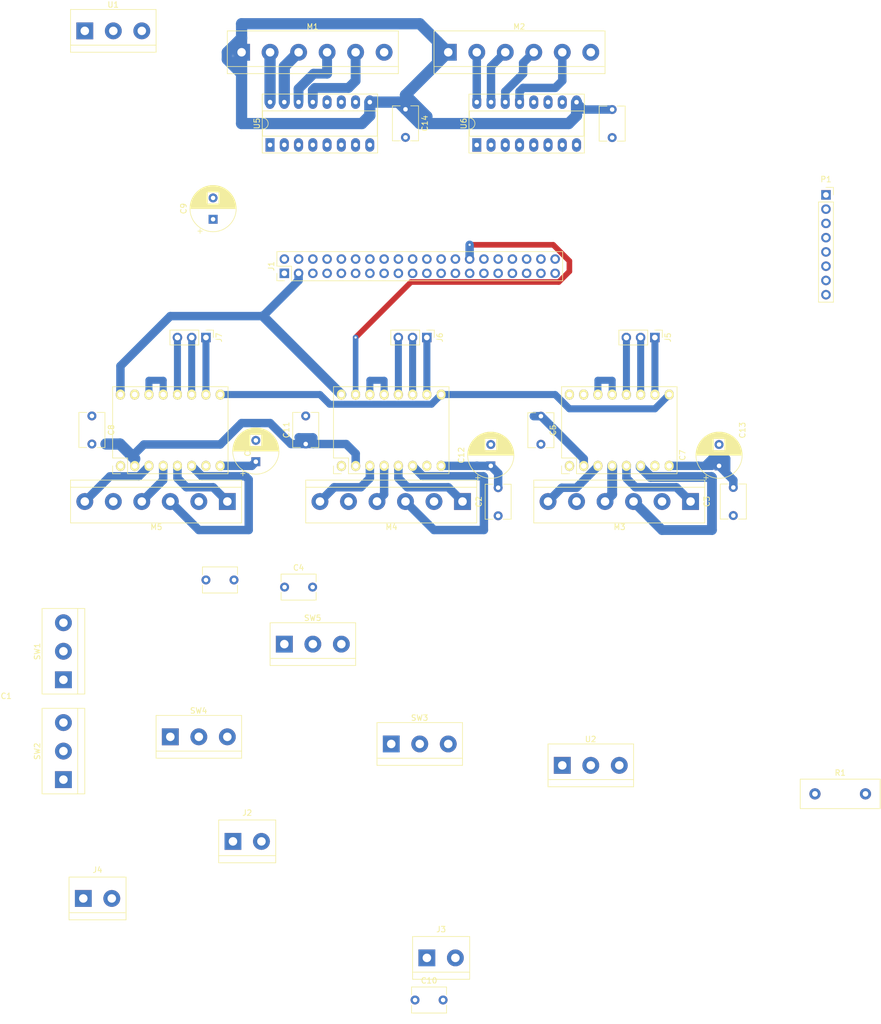
<source format=kicad_pcb>
(kicad_pcb (version 20211014) (generator pcbnew)
  (layers (0 "F.Cu" signal) (31 "B.Cu" signal) (34 "B.Paste" user) (35 "F.Paste" user) (36 "B.SilkS" user "B.Silkscreen") (37 "F.SilkS" user "F.Silkscreen") (38 "B.Mask" user) (39 "F.Mask" user) (44 "Edge.Cuts" user))
  (net 0 "")
  (net 1 "GND")
  (net 2 "+5V")
  (net 3 "Net-(M5-Pad6)")
  (net 4 "Net-(M5-Pad4)")
  (net 5 "Net-(M5-Pad1)")
  (net 6 "Net-(M5-Pad3)")
  (net 7 "+12V")
  (net 8 "EN CNTRL")
  (net 9 "Net-(J7-Pad1)")
  (net 10 "Net-(J7-Pad2)")
  (net 11 "Net-(J7-Pad3)")
  (net 12 "Net-(U7-Pad13)")
  (net 13 "V STEP CNTRL")
  (net 14 "DIR CNTRL")
  (net 15 "Net-(U3-Pad10)")
  (net 16 "Net-(U3-Pad11)")
  (net 17 "Net-(U3-Pad12)")
  (net 18 "Net-(U3-Pad13)")
  (net 19 "H STEP CNTRL")
  (net 20 "Net-(M4-Pad4)")
  (net 21 "Net-(M4-Pad1)")
  (net 22 "Net-(M4-Pad3)")
  (net 23 "Net-(U4-Pad10)")
  (net 24 "Net-(U4-Pad11)")
  (net 25 "Net-(U4-Pad12)")
  (net 26 "Net-(U4-Pad13)")
  (net 33 "Net-(M2-Pad2)")
  (net 34 "Net-(M2-Pad3)")
  (net 35 "Net-(U6-Pad14)")
  (net 36 "Net-(M2-Pad5)")
  (net 37 "Net-(M1-Pad4)")
  (net 38 "Net-(M1-Pad5)")
  (net 40 "Limit SW")
  (net 45 "PD CNTRL I1")
  (net 46 "PD CNTRL I2")
  (net 47 "PD CNTRL I3")
  (net 48 "PD CNTRL I4")
  (net 55 "D CNTRL I1")
  (net 56 "D CNTRL I2")
  (net 57 "D CNTRL I3")
  (net 58 "D CNTRL I4")
  (net 65 "Net-(J1-Pad24)")
  (net 66 "Net-(J1-Pad23)")
  (net 67 "Net-(J1-Pad19)")
  (net 68 "Net-(J1-Pad21)")
  (net 70 "Net-(J1-Pad32)")
  (net 71 "+3V3")
  (net 75 "V Sensor")
  (net 76 "H Sensor")
  (net 82 "Net-(U3-Pad5)")
  (net 83 "Net-(U3-Pad6)")
  (net 84 "Net-(M3-Pad6)")
  (net 85 "Net-(M3-Pad4)")
  (net 86 "Net-(M4-Pad6)")
  (net 87 "Net-(U5-Pad16)")
  (net 88 "Net-(U5-Pad15)")
  (footprint "Capacitor_THT:CP_Radial_D8.0mm_P3.80mm" (layer "F.Cu") (at 55.88 100.862651 90)
    (fp_text reference "C6" (at 1.9 -1.44 90) (layer "F.SilkS"))
    (fp_text value "220uF")
    (pad "1" thru_hole rect (at 0 0 90) (size 1.6 1.6) (drill 0.8) (layers *.Cu *.Mask) (net 7 "+12V"))
    (pad "2" thru_hole circle (at 3.8 0 90) (size 1.6 1.6) (drill 0.8) (layers *.Cu *.Mask) (net 1 "GND"))
  )
  (footprint "TerminalBlock:TerminalBlock_bornier-6_P5.08mm" (layer "F.Cu") (at 90.17 27.94)
    (fp_text reference "M2" (at 12.65 -4.55) (layer "F.SilkS"))
    (fp_text value "Stepper_Motor_unipolar_5pin")
    (pad "1" thru_hole rect (at 0 0) (size 3 3) (drill 1.52) (layers *.Cu *.Mask) (net 2 "+5V"))
    (pad "2" thru_hole circle (at 5.08 0) (size 3 3) (drill 1.52) (layers *.Cu *.Mask) (net 33 "Net-(M2-Pad2)"))
    (pad "3" thru_hole circle (at 10.16 0) (size 3 3) (drill 1.52) (layers *.Cu *.Mask) (net 34 "Net-(M2-Pad3)"))
    (pad "4" thru_hole circle (at 15.24 0) (size 3 3) (drill 1.52) (layers *.Cu *.Mask) (net 35 "Net-(U6-Pad14)"))
    (pad "5" thru_hole circle (at 20.32 0) (size 3 3) (drill 1.52) (layers *.Cu *.Mask) (net 36 "Net-(M2-Pad5)"))
    (pad "6" thru_hole circle (at 25.4 0) (size 3 3) (drill 1.52) (layers *.Cu *.Mask))
  )
  (footprint "TerminalBlock:TerminalBlock_bornier-3_P5.08mm" (layer "F.Cu") (at 80.01 151.13)
    (fp_text reference "SW3" (at 5.05 -4.65) (layer "F.SilkS"))
    (fp_text value "SW_SPDT")
    (pad "1" thru_hole rect (at 0 0) (size 3 3) (drill 1.52) (layers *.Cu *.Mask))
    (pad "2" thru_hole circle (at 5.08 0) (size 3 3) (drill 1.52) (layers *.Cu *.Mask) (net 40 "Limit SW"))
    (pad "3" thru_hole circle (at 10.16 0) (size 3 3) (drill 1.52) (layers *.Cu *.Mask) (net 2 "+5V"))
  )
  (footprint "Connector_PinHeader_2.54mm:PinHeader_1x03_P2.54mm_Vertical" (layer "F.Cu") (at 86.345 78.74 -90)
    (fp_text reference "J6" (at 0 -2.33 90) (layer "F.SilkS"))
    (fp_text value "Conn_01x03_Male")
    (pad "1" thru_hole rect (at 0 0 270) (size 1.7 1.7) (drill 1) (layers *.Cu *.Mask) (net 23 "Net-(U4-Pad10)"))
    (pad "2" thru_hole oval (at 0 2.54 270) (size 1.7 1.7) (drill 1) (layers *.Cu *.Mask) (net 24 "Net-(U4-Pad11)"))
    (pad "3" thru_hole oval (at 0 5.08 270) (size 1.7 1.7) (drill 1) (layers *.Cu *.Mask) (net 25 "Net-(U4-Pad12)"))
  )
  (footprint "Capacitor_THT:C_Disc_D6.0mm_W4.4mm_P5.00mm" (layer "F.Cu") (at 82.55 38.1 -90)
    (fp_text reference "C14" (at 2.5 -3.45 90) (layer "F.SilkS"))
    (fp_text value "100nF")
    (pad "1" thru_hole circle (at 0 0 270) (size 1.6 1.6) (drill 0.8) (layers *.Cu *.Mask) (net 2 "+5V"))
    (pad "2" thru_hole circle (at 5 0 270) (size 1.6 1.6) (drill 0.8) (layers *.Cu *.Mask) (net 1 "GND"))
  )
  (footprint "Connector_PinHeader_2.54mm:PinHeader_2x20_P2.54mm_Vertical" (layer "F.Cu") (at 60.96 67.31 90)
    (fp_text reference "J1" (at 1.27 -2.33 90) (layer "F.SilkS"))
    (fp_text value "Raspberry_Pi_2_3")
    (pad "1" thru_hole rect (at 0 0 90) (size 1.7 1.7) (drill 1) (layers *.Cu *.Mask) (net 71 "+3V3"))
    (pad "2" thru_hole oval (at 2.54 0 90) (size 1.7 1.7) (drill 1) (layers *.Cu *.Mask) (net 2 "+5V"))
    (pad "3" thru_hole oval (at 0 2.54 90) (size 1.7 1.7) (drill 1) (layers *.Cu *.Mask) (net 14 "DIR CNTRL"))
    (pad "4" thru_hole oval (at 2.54 2.54 90) (size 1.7 1.7) (drill 1) (layers *.Cu *.Mask) (net 2 "+5V"))
    (pad "5" thru_hole oval (at 0 5.08 90) (size 1.7 1.7) (drill 1) (layers *.Cu *.Mask) (net 8 "EN CNTRL"))
    (pad "6" thru_hole oval (at 2.54 5.08 90) (size 1.7 1.7) (drill 1) (layers *.Cu *.Mask) (net 1 "GND"))
    (pad "7" thru_hole oval (at 0 7.62 90) (size 1.7 1.7) (drill 1) (layers *.Cu *.Mask))
    (pad "8" thru_hole oval (at 2.54 7.62 90) (size 1.7 1.7) (drill 1) (layers *.Cu *.Mask))
    (pad "9" thru_hole oval (at 0 10.16 90) (size 1.7 1.7) (drill 1) (layers *.Cu *.Mask) (net 1 "GND"))
    (pad "10" thru_hole oval (at 2.54 10.16 90) (size 1.7 1.7) (drill 1) (layers *.Cu *.Mask))
    (pad "11" thru_hole oval (at 0 12.7 90) (size 1.7 1.7) (drill 1) (layers *.Cu *.Mask) (net 75 "V Sensor"))
    (pad "12" thru_hole oval (at 2.54 12.7 90) (size 1.7 1.7) (drill 1) (layers *.Cu *.Mask) (net 76 "H Sensor"))
    (pad "13" thru_hole oval (at 0 15.24 90) (size 1.7 1.7) (drill 1) (layers *.Cu *.Mask))
    (pad "14" thru_hole oval (at 2.54 15.24 90) (size 1.7 1.7) (drill 1) (layers *.Cu *.Mask) (net 1 "GND"))
    (pad "15" thru_hole oval (at 0 17.78 90) (size 1.7 1.7) (drill 1) (layers *.Cu *.Mask) (net 58 "D CNTRL I4"))
    (pad "16" thru_hole oval (at 2.54 17.78 90) (size 1.7 1.7) (drill 1) (layers *.Cu *.Mask) (net 45 "PD CNTRL I1"))
    (pad "17" thru_hole oval (at 0 20.32 90) (size 1.7 1.7) (drill 1) (layers *.Cu *.Mask) (net 71 "+3V3"))
    (pad "18" thru_hole oval (at 2.54 20.32 90) (size 1.7 1.7) (drill 1) (layers *.Cu *.Mask) (net 46 "PD CNTRL I2"))
    (pad "19" thru_hole oval (at 0 22.86 90) (size 1.7 1.7) (drill 1) (layers *.Cu *.Mask) (net 67 "Net-(J1-Pad19)"))
    (pad "20" thru_hole oval (at 2.54 22.86 90) (size 1.7 1.7) (drill 1) (layers *.Cu *.Mask) (net 1 "GND"))
    (pad "21" thru_hole oval (at 0 25.4 90) (size 1.7 1.7) (drill 1) (layers *.Cu *.Mask) (net 68 "Net-(J1-Pad21)"))
    (pad "22" thru_hole oval (at 2.54 25.4 90) (size 1.7 1.7) (drill 1) (layers *.Cu *.Mask) (net 47 "PD CNTRL I3"))
    (pad "23" thru_hole oval (at 0 27.94 90) (size 1.7 1.7) (drill 1) (layers *.Cu *.Mask) (net 66 "Net-(J1-Pad23)"))
    (pad "24" thru_hole oval (at 2.54 27.94 90) (size 1.7 1.7) (drill 1) (layers *.Cu *.Mask) (net 65 "Net-(J1-Pad24)"))
    (pad "25" thru_hole oval (at 0 30.48 90) (size 1.7 1.7) (drill 1) (layers *.Cu *.Mask) (net 1 "GND"))
    (pad "26" thru_hole oval (at 2.54 30.48 90) (size 1.7 1.7) (drill 1) (layers *.Cu *.Mask))
    (pad "27" thru_hole oval (at 0 33.02 90) (size 1.7 1.7) (drill 1) (layers *.Cu *.Mask) (net 19 "H STEP CNTRL"))
    (pad "28" thru_hole oval (at 2.54 33.02 90) (size 1.7 1.7) (drill 1) (layers *.Cu *.Mask) (net 13 "V STEP CNTRL"))
    (pad "29" thru_hole oval (at 0 35.56 90) (size 1.7 1.7) (drill 1) (layers *.Cu *.Mask))
    (pad "30" thru_hole oval (at 2.54 35.56 90) (size 1.7 1.7) (drill 1) (layers *.Cu *.Mask) (net 1 "GND"))
    (pad "31" thru_hole oval (at 0 38.1 90) (size 1.7 1.7) (drill 1) (layers *.Cu *.Mask))
    (pad "32" thru_hole oval (at 2.54 38.1 90) (size 1.7 1.7) (drill 1) (layers *.Cu *.Mask) (net 70 "Net-(J1-Pad32)"))
    (pad "33" thru_hole oval (at 0 40.64 90) (size 1.7 1.7) (drill 1) (layers *.Cu *.Mask))
    (pad "34" thru_hole oval (at 2.54 40.64 90) (size 1.7 1.7) (drill 1) (layers *.Cu *.Mask) (net 1 "GND"))
    (pad "35" thru_hole oval (at 0 43.18 90) (size 1.7 1.7) (drill 1) (layers *.Cu *.Mask) (net 55 "D CNTRL I1"))
    (pad "36" thru_hole oval (at 2.54 43.18 90) (size 1.7 1.7) (drill 1) (layers *.Cu *.Mask) (net 40 "Limit SW"))
    (pad "37" thru_hole oval (at 0 45.72 90) (size 1.7 1.7) (drill 1) (layers *.Cu *.Mask) (net 48 "PD CNTRL I4"))
    (pad "38" thru_hole oval (at 2.54 45.72 90) (size 1.7 1.7) (drill 1) (layers *.Cu *.Mask) (net 56 "D CNTRL I2"))
    (pad "39" thru_hole oval (at 0 48.26 90) (size 1.7 1.7) (drill 1) (layers *.Cu *.Mask) (net 1 "GND"))
    (pad "40" thru_hole oval (at 2.54 48.26 90) (size 1.7 1.7) (drill 1) (layers *.Cu *.Mask) (net 57 "D CNTRL I3"))
  )
  (footprint "TerminalBlock:TerminalBlock_bornier-3_P5.08mm" (layer "F.Cu") (at 25.4 24.13)
    (fp_text reference "U1" (at 5.05 -4.65) (layer "F.SilkS"))
    (fp_text value "IR-D")
    (pad "1" thru_hole rect (at 0 0) (size 3 3) (drill 1.52) (layers *.Cu *.Mask))
    (pad "2" thru_hole circle (at 5.08 0) (size 3 3) (drill 1.52) (layers *.Cu *.Mask))
    (pad "3" thru_hole circle (at 10.16 0) (size 3 3) (drill 1.52) (layers *.Cu *.Mask))
  )
  (footprint "TerminalBlock:TerminalBlock_bornier-3_P5.08mm" (layer "F.Cu") (at 110.49 154.94)
    (fp_text reference "U2" (at 5.05 -4.65) (layer "F.SilkS"))
    (fp_text value "IR-D")
    (pad "1" thru_hole rect (at 0 0) (size 3 3) (drill 1.52) (layers *.Cu *.Mask))
    (pad "2" thru_hole circle (at 5.08 0) (size 3 3) (drill 1.52) (layers *.Cu *.Mask))
    (pad "3" thru_hole circle (at 10.16 0) (size 3 3) (drill 1.52) (layers *.Cu *.Mask))
  )
  (footprint "custom-footprint-library:Pololu_A4988" (layer "F.Cu") (at 111.76 101.6 90)
    (fp_text reference "U3")
    (fp_text value "A4988")
    (pad "1" thru_hole oval (at -0.018651 0.016285) (size 1.6 1.8) (drill 1) (layers *.Cu *.Mask "F.SilkS") (net 1 "GND"))
    (pad "2" thru_hole oval (at -0.018651 2.556285) (size 1.6 1.8) (drill 1) (layers *.Cu *.Mask "F.SilkS") (net 2 "+5V"))
    (pad "3" thru_hole oval (at 0 5.08) (size 1.6 1.8) (drill 1) (layers *.Cu *.Mask "F.SilkS") (net 84 "Net-(M3-Pad6)"))
    (pad "4" thru_hole oval (at 0 7.62) (size 1.6 1.8) (drill 1) (layers *.Cu *.Mask "F.SilkS") (net 85 "Net-(M3-Pad4)"))
    (pad "5" thru_hole oval (at 0 10.16) (size 1.6 1.8) (drill 1) (layers *.Cu *.Mask "F.SilkS") (net 82 "Net-(U3-Pad5)"))
    (pad "6" thru_hole oval (at 0 12.7) (size 1.6 1.8) (drill 1) (layers *.Cu *.Mask "F.SilkS") (net 83 "Net-(U3-Pad6)"))
    (pad "7" thru_hole oval (at 0 15.24) (size 1.6 1.8) (drill 1) (layers *.Cu *.Mask "F.SilkS") (net 1 "GND"))
    (pad "8" thru_hole oval (at 0 17.78) (size 1.6 1.8) (drill 1) (layers *.Cu *.Mask "F.SilkS") (net 7 "+12V"))
    (pad "9" thru_hole oval (at 12.7 17.78) (size 1.6 1.8) (drill 1) (layers *.Cu *.Mask "F.SilkS") (net 8 "EN CNTRL"))
    (pad "10" thru_hole oval (at 12.7 15.24) (size 1.6 1.8) (drill 1) (layers *.Cu *.Mask "F.SilkS") (net 15 "Net-(U3-Pad10)"))
    (pad "11" thru_hole oval (at 12.7 12.7) (size 1.6 1.8) (drill 1) (layers *.Cu *.Mask "F.SilkS") (net 16 "Net-(U3-Pad11)"))
    (pad "12" thru_hole oval (at 12.7 10.16) (size 1.6 1.8) (drill 1) (layers *.Cu *.Mask "F.SilkS") (net 17 "Net-(U3-Pad12)"))
    (pad "13" thru_hole oval (at 12.7 7.62) (size 1.6 1.8) (drill 1) (layers *.Cu *.Mask "F.SilkS") (net 18 "Net-(U3-Pad13)"))
    (pad "14" thru_hole oval (at 12.7 5.08) (size 1.6 1.8) (drill 1) (layers *.Cu *.Mask "F.SilkS") (net 18 "Net-(U3-Pad13)"))
    (pad "15" thru_hole oval (at 12.7 2.54) (size 1.6 1.8) (drill 1) (layers *.Cu *.Mask "F.SilkS") (net 19 "H STEP CNTRL"))
    (pad "16" thru_hole oval (at 12.7 0) (size 1.6 1.8) (drill 1) (layers *.Cu *.Mask "F.SilkS") (net 14 "DIR CNTRL"))
  )
  (footprint "custom-footprint-library:Pololu_A4988" (layer "F.Cu") (at 71.12 101.6 90)
    (fp_text reference "U4")
    (fp_text value "A4988")
    (pad "1" thru_hole oval (at -0.018651 0.016285) (size 1.6 1.8) (drill 1) (layers *.Cu *.Mask "F.SilkS") (net 1 "GND"))
    (pad "2" thru_hole oval (at -0.018651 2.556285) (size 1.6 1.8) (drill 1) (layers *.Cu *.Mask "F.SilkS") (net 2 "+5V"))
    (pad "3" thru_hole oval (at 0 5.08) (size 1.6 1.8) (drill 1) (layers *.Cu *.Mask "F.SilkS") (net 86 "Net-(M4-Pad6)"))
    (pad "4" thru_hole oval (at 0 7.62) (size 1.6 1.8) (drill 1) (layers *.Cu *.Mask "F.SilkS") (net 20 "Net-(M4-Pad4)"))
    (pad "5" thru_hole oval (at 0 10.16) (size 1.6 1.8) (drill 1) (layers *.Cu *.Mask "F.SilkS") (net 21 "Net-(M4-Pad1)"))
    (pad "6" thru_hole oval (at 0 12.7) (size 1.6 1.8) (drill 1) (layers *.Cu *.Mask "F.SilkS") (net 22 "Net-(M4-Pad3)"))
    (pad "7" thru_hole oval (at 0 15.24) (size 1.6 1.8) (drill 1) (layers *.Cu *.Mask "F.SilkS") (net 1 "GND"))
    (pad "8" thru_hole oval (at 0 17.78) (size 1.6 1.8) (drill 1) (layers *.Cu *.Mask "F.SilkS") (net 7 "+12V"))
    (pad "9" thru_hole oval (at 12.7 17.78) (size 1.6 1.8) (drill 1) (layers *.Cu *.Mask "F.SilkS") (net 8 "EN CNTRL"))
    (pad "10" thru_hole oval (at 12.7 15.24) (size 1.6 1.8) (drill 1) (layers *.Cu *.Mask "F.SilkS") (net 23 "Net-(U4-Pad10)"))
    (pad "11" thru_hole oval (at 12.7 12.7) (size 1.6 1.8) (drill 1) (layers *.Cu *.Mask "F.SilkS") (net 24 "Net-(U4-Pad11)"))
    (pad "12" thru_hole oval (at 12.7 10.16) (size 1.6 1.8) (drill 1) (layers *.Cu *.Mask "F.SilkS") (net 25 "Net-(U4-Pad12)"))
    (pad "13" thru_hole oval (at 12.7 7.62) (size 1.6 1.8) (drill 1) (layers *.Cu *.Mask "F.SilkS") (net 26 "Net-(U4-Pad13)"))
    (pad "14" thru_hole oval (at 12.7 5.08) (size 1.6 1.8) (drill 1) (layers *.Cu *.Mask "F.SilkS") (net 26 "Net-(U4-Pad13)"))
    (pad "15" thru_hole oval (at 12.7 2.54) (size 1.6 1.8) (drill 1) (layers *.Cu *.Mask "F.SilkS") (net 13 "V STEP CNTRL"))
    (pad "16" thru_hole oval (at 12.7 0) (size 1.6 1.8) (drill 1) (layers *.Cu *.Mask "F.SilkS") (net 14 "DIR CNTRL"))
  )
  (footprint "Connector_PinSocket_2.54mm:PinSocket_1x08_P2.54mm_Vertical" (layer "F.Cu") (at 157.48 53.34)
    (fp_text reference "P1" (at 0 -2.77) (layer "F.SilkS"))
    (fp_text value "RFID-RC522-MODULE")
    (pad "1" thru_hole rect (at 0 0) (size 1.7 1.7) (drill 1) (layers *.Cu *.Mask) (net 65 "Net-(J1-Pad24)"))
    (pad "2" thru_hole oval (at 0 2.54) (size 1.7 1.7) (drill 1) (layers *.Cu *.Mask) (net 66 "Net-(J1-Pad23)"))
    (pad "3" thru_hole oval (at 0 5.08) (size 1.7 1.7) (drill 1) (layers *.Cu *.Mask) (net 67 "Net-(J1-Pad19)"))
    (pad "4" thru_hole oval (at 0 7.62) (size 1.7 1.7) (drill 1) (layers *.Cu *.Mask) (net 68 "Net-(J1-Pad21)"))
    (pad "5" thru_hole oval (at 0 10.16) (size 1.7 1.7) (drill 1) (layers *.Cu *.Mask))
    (pad "6" thru_hole oval (at 0 12.7) (size 1.7 1.7) (drill 1) (layers *.Cu *.Mask) (net 1 "GND"))
    (pad "7" thru_hole oval (at 0 15.24) (size 1.7 1.7) (drill 1) (layers *.Cu *.Mask) (net 70 "Net-(J1-Pad32)"))
    (pad "8" thru_hole oval (at 0 17.78) (size 1.7 1.7) (drill 1) (layers *.Cu *.Mask) (net 71 "+3V3"))
  )
  (footprint "custom-footprint-library:Pololu_A4988" (layer "F.Cu") (at 31.75 101.6 90)
    (fp_text reference "U7")
    (fp_text value "A4988")
    (pad "1" thru_hole oval (at -0.018651 0.016285) (size 1.6 1.8) (drill 1) (layers *.Cu *.Mask "F.SilkS") (net 1 "GND"))
    (pad "2" thru_hole oval (at -0.018651 2.556285) (size 1.6 1.8) (drill 1) (layers *.Cu *.Mask "F.SilkS") (net 2 "+5V"))
    (pad "3" thru_hole oval (at 0 5.08) (size 1.6 1.8) (drill 1) (layers *.Cu *.Mask "F.SilkS") (net 3 "Net-(M5-Pad6)"))
    (pad "4" thru_hole oval (at 0 7.62) (size 1.6 1.8) (drill 1) (layers *.Cu *.Mask "F.SilkS") (net 4 "Net-(M5-Pad4)"))
    (pad "5" thru_hole oval (at 0 10.16) (size 1.6 1.8) (drill 1) (layers *.Cu *.Mask "F.SilkS") (net 5 "Net-(M5-Pad1)"))
    (pad "6" thru_hole oval (at 0 12.7) (size 1.6 1.8) (drill 1) (layers *.Cu *.Mask "F.SilkS") (net 6 "Net-(M5-Pad3)"))
    (pad "7" thru_hole oval (at 0 15.24) (size 1.6 1.8) (drill 1) (layers *.Cu *.Mask "F.SilkS") (net 1 "GND"))
    (pad "8" thru_hole oval (at 0 17.78) (size 1.6 1.8) (drill 1) (layers *.Cu *.Mask "F.SilkS") (net 7 "+12V"))
    (pad "9" thru_hole oval (at 12.7 17.78) (size 1.6 1.8) (drill 1) (layers *.Cu *.Mask "F.SilkS") (net 8 "EN CNTRL"))
    (pad "10" thru_hole oval (at 12.7 15.24) (size 1.6 1.8) (drill 1) (layers *.Cu *.Mask "F.SilkS") (net 9 "Net-(J7-Pad1)"))
    (pad "11" thru_hole oval (at 12.7 12.7) (size 1.6 1.8) (drill 1) (layers *.Cu *.Mask "F.SilkS") (net 10 "Net-(J7-Pad2)"))
    (pad "12" thru_hole oval (at 12.7 10.16) (size 1.6 1.8) (drill 1) (layers *.Cu *.Mask "F.SilkS") (net 11 "Net-(J7-Pad3)"))
    (pad "13" thru_hole oval (at 12.7 7.62) (size 1.6 1.8) (drill 1) (layers *.Cu *.Mask "F.SilkS") (net 12 "Net-(U7-Pad13)"))
    (pad "14" thru_hole oval (at 12.7 5.08) (size 1.6 1.8) (drill 1) (layers *.Cu *.Mask "F.SilkS") (net 12 "Net-(U7-Pad13)"))
    (pad "15" thru_hole oval (at 12.7 2.54) (size 1.6 1.8) (drill 1) (layers *.Cu *.Mask "F.SilkS") (net 13 "V STEP CNTRL"))
    (pad "16" thru_hole oval (at 12.7 0) (size 1.6 1.8) (drill 1) (layers *.Cu *.Mask "F.SilkS") (net 14 "DIR CNTRL"))
  )
  (footprint "Capacitor_THT:C_Disc_D6.0mm_W4.4mm_P5.00mm" (layer "F.Cu") (at 99.06 110.49 90)
    (fp_text reference "C2" (at 2.5 -3.45 90) (layer "F.SilkS"))
    (fp_text value "100nF")
    (pad "1" thru_hole circle (at 0 0 90) (size 1.6 1.6) (drill 0.8) (layers *.Cu *.Mask) (net 1 "GND"))
    (pad "2" thru_hole circle (at 5 0 90) (size 1.6 1.6) (drill 0.8) (layers *.Cu *.Mask) (net 7 "+12V"))
  )
  (footprint "Capacitor_THT:CP_Radial_D8.0mm_P3.80mm" (layer "F.Cu") (at 48.26 57.682651 90)
    (fp_text reference "C9" (at 1.9 -5.25 90) (layer "F.SilkS"))
    (fp_text value "220uF")
    (pad "1" thru_hole rect (at 0 0 90) (size 1.6 1.6) (drill 0.8) (layers *.Cu *.Mask) (net 2 "+5V"))
    (pad "2" thru_hole circle (at 3.8 0 90) (size 1.6 1.6) (drill 0.8) (layers *.Cu *.Mask) (net 1 "GND"))
  )
  (footprint "Capacitor_THT:C_Disc_D6.0mm_W4.4mm_P5.00mm" (layer "F.Cu") (at 106.68 92.75 -90)
    (fp_text reference "C5" (at 2.5 -2.18 90) (layer "F.SilkS"))
    (fp_text value "100nF")
    (pad "1" thru_hole circle (at 0 0 270) (size 1.6 1.6) (drill 0.8) (layers *.Cu *.Mask) (net 2 "+5V"))
    (pad "2" thru_hole circle (at 5 0 270) (size 1.6 1.6) (drill 0.8) (layers *.Cu *.Mask) (net 1 "GND"))
  )
  (footprint "Capacitor_THT:C_Disc_D6.0mm_W4.4mm_P5.00mm" (layer "F.Cu") (at 61 123.19)
    (fp_text reference "C4" (at 2.5 -3.45) (layer "F.SilkS"))
    (fp_text value "100nF")
    (pad "1" thru_hole circle (at 0 0) (size 1.6 1.6) (drill 0.8) (layers *.Cu *.Mask) (net 2 "+5V"))
    (pad "2" thru_hole circle (at 5 0) (size 1.6 1.6) (drill 0.8) (layers *.Cu *.Mask) (net 1 "GND"))
  )
  (footprint "Capacitor_THT:C_Disc_D6.0mm_W4.4mm_P5.00mm" (layer "F.Cu") (at 26.67 92.71 -90)
    (fp_text reference "C8" (at 2.5 -3.45 90) (layer "F.SilkS"))
    (fp_text value "100nF")
    (pad "1" thru_hole circle (at 0 0 270) (size 1.6 1.6) (drill 0.8) (layers *.Cu *.Mask) (net 1 "GND"))
    (pad "2" thru_hole circle (at 5 0 270) (size 1.6 1.6) (drill 0.8) (layers *.Cu *.Mask) (net 2 "+5V"))
  )
  (footprint "Capacitor_THT:CP_Radial_D8.0mm_P3.80mm" (layer "F.Cu") (at 138.43 101.6 90)
    (fp_text reference "C7" (at 1.9 -6.52 90) (layer "F.SilkS"))
    (fp_text value "220uF")
    (pad "1" thru_hole rect (at 0 0 90) (size 1.6 1.6) (drill 0.8) (layers *.Cu *.Mask) (net 7 "+12V"))
    (pad "2" thru_hole circle (at 3.8 0 90) (size 1.6 1.6) (drill 0.8) (layers *.Cu *.Mask) (net 1 "GND"))
  )
  (footprint "Connector_PinHeader_2.54mm:PinHeader_1x03_P2.54mm_Vertical" (layer "F.Cu") (at 46.99 78.74 -90)
    (fp_text reference "J7" (at 0 -2.33 90) (layer "F.SilkS"))
    (fp_text value "Conn_01x03_Male")
    (pad "1" thru_hole rect (at 0 0 270) (size 1.7 1.7) (drill 1) (layers *.Cu *.Mask) (net 9 "Net-(J7-Pad1)"))
    (pad "2" thru_hole oval (at 0 2.54 270) (size 1.7 1.7) (drill 1) (layers *.Cu *.Mask) (net 10 "Net-(J7-Pad2)"))
    (pad "3" thru_hole oval (at 0 5.08 270) (size 1.7 1.7) (drill 1) (layers *.Cu *.Mask) (net 11 "Net-(J7-Pad3)"))
  )
  (footprint "TerminalBlock:TerminalBlock_bornier-6_P5.08mm" (layer "F.Cu") (at 53.34 27.94)
    (fp_text reference "M1" (at 12.65 -4.55) (layer "F.SilkS"))
    (fp_text value "Stepper_Motor_unipolar_5pin")
    (pad "1" thru_hole rect (at 0 0) (size 3 3) (drill 1.52) (layers *.Cu *.Mask) (net 2 "+5V"))
    (pad "2" thru_hole circle (at 5.08 0) (size 3 3) (drill 1.52) (layers *.Cu *.Mask) (net 87 "Net-(U5-Pad16)"))
    (pad "3" thru_hole circle (at 10.16 0) (size 3 3) (drill 1.52) (layers *.Cu *.Mask) (net 88 "Net-(U5-Pad15)"))
    (pad "4" thru_hole circle (at 15.24 0) (size 3 3) (drill 1.52) (layers *.Cu *.Mask) (net 37 "Net-(M1-Pad4)"))
    (pad "5" thru_hole circle (at 20.32 0) (size 3 3) (drill 1.52) (layers *.Cu *.Mask) (net 38 "Net-(M1-Pad5)"))
    (pad "6" thru_hole circle (at 25.4 0) (size 3 3) (drill 1.52) (layers *.Cu *.Mask))
  )
  (footprint "Capacitor_THT:C_Disc_D6.0mm_W4.4mm_P5.00mm" (layer "F.Cu") (at 46.99 121.92)
    (fp_text reference "C1" (at -35.6 20.68) (layer "F.SilkS"))
    (fp_text value "100nF")
    (pad "1" thru_hole circle (at 0 0) (size 1.6 1.6) (drill 0.8) (layers *.Cu *.Mask) (net 40 "Limit SW"))
    (pad "2" thru_hole circle (at 5 0) (size 1.6 1.6) (drill 0.8) (layers *.Cu *.Mask) (net 1 "GND"))
  )
  (footprint "TerminalBlock:TerminalBlock_bornier-6_P5.08mm" (layer "F.Cu") (at 133.35 107.95 180)
    (fp_text reference "M3" (at 12.65 -4.55) (layer "F.SilkS"))
    (fp_text value "Stepper_Motor_unipolar_6pin")
    (pad "1" thru_hole rect (at 0 0 180) (size 3 3) (drill 1.52) (layers *.Cu *.Mask) (net 82 "Net-(U3-Pad5)"))
    (pad "2" thru_hole circle (at 5.08 0 180) (size 3 3) (drill 1.52) (layers *.Cu *.Mask))
    (pad "3" thru_hole circle (at 10.16 0 180) (size 3 3) (drill 1.52) (layers *.Cu *.Mask) (net 83 "Net-(U3-Pad6)"))
    (pad "4" thru_hole circle (at 15.24 0 180) (size 3 3) (drill 1.52) (layers *.Cu *.Mask) (net 85 "Net-(M3-Pad4)"))
    (pad "5" thru_hole circle (at 20.32 0 180) (size 3 3) (drill 1.52) (layers *.Cu *.Mask))
    (pad "6" thru_hole circle (at 25.4 0 180) (size 3 3) (drill 1.52) (layers *.Cu *.Mask) (net 84 "Net-(M3-Pad6)"))
  )
  (footprint "TerminalBlock:TerminalBlock_bornier-3_P5.08mm" (layer "F.Cu") (at 60.96 133.35)
    (fp_text reference "SW5" (at 5.05 -4.65) (layer "F.SilkS"))
    (fp_text value "SW_SPDT")
    (pad "1" thru_hole rect (at 0 0) (size 3 3) (drill 1.52) (layers *.Cu *.Mask))
    (pad "2" thru_hole circle (at 5.08 0) (size 3 3) (drill 1.52) (layers *.Cu *.Mask) (net 40 "Limit SW"))
    (pad "3" thru_hole circle (at 10.16 0) (size 3 3) (drill 1.52) (layers *.Cu *.Mask) (net 2 "+5V"))
  )
  (footprint "TerminalBlock:TerminalBlock_bornier-2_P5.08mm" (layer "F.Cu") (at 25.131 178.641)
    (fp_text reference "J4" (at 2.54 -5.08) (layer "F.SilkS"))
    (fp_text value "5V Input")
    (pad "1" thru_hole rect (at 0 0) (size 3 3) (drill 1.52) (layers *.Cu *.Mask) (net 2 "+5V"))
    (pad "2" thru_hole circle (at 5.08 0) (size 3 3) (drill 1.52) (layers *.Cu *.Mask) (net 1 "GND"))
  )
  (footprint "TerminalBlock:TerminalBlock_bornier-6_P5.08mm" (layer "F.Cu") (at 50.8 107.95 180)
    (fp_text reference "M5" (at 12.65 -4.55) (layer "F.SilkS"))
    (fp_text value "Stepper_Motor_unipolar_6pin")
    (pad "1" thru_hole rect (at 0 0 180) (size 3 3) (drill 1.52) (layers *.Cu *.Mask) (net 5 "Net-(M5-Pad1)"))
    (pad "2" thru_hole circle (at 5.08 0 180) (size 3 3) (drill 1.52) (layers *.Cu *.Mask))
    (pad "3" thru_hole circle (at 10.16 0 180) (size 3 3) (drill 1.52) (layers *.Cu *.Mask) (net 6 "Net-(M5-Pad3)"))
    (pad "4" thru_hole circle (at 15.24 0 180) (size 3 3) (drill 1.52) (layers *.Cu *.Mask) (net 4 "Net-(M5-Pad4)"))
    (pad "5" thru_hole circle (at 20.32 0 180) (size 3 3) (drill 1.52) (layers *.Cu *.Mask))
    (pad "6" thru_hole circle (at 25.4 0 180) (size 3 3) (drill 1.52) (layers *.Cu *.Mask) (net 3 "Net-(M5-Pad6)"))
  )
  (footprint "Capacitor_THT:C_Disc_D6.0mm_W4.4mm_P5.00mm" (layer "F.Cu") (at 64.77 97.71 90)
    (fp_text reference "C11" (at 2.5 -3.45 90) (layer "F.SilkS"))
    (fp_text value "100nF")
    (pad "1" thru_hole circle (at 0 0 90) (size 1.6 1.6) (drill 0.8) (layers *.Cu *.Mask) (net 2 "+5V"))
    (pad "2" thru_hole circle (at 5 0 90) (size 1.6 1.6) (drill 0.8) (layers *.Cu *.Mask) (net 1 "GND"))
  )
  (footprint "TerminalBlock:TerminalBlock_bornier-3_P5.08mm" (layer "F.Cu") (at 21.59 139.7 90)
    (fp_text reference "SW1" (at 5.05 -4.65 90) (layer "F.SilkS"))
    (fp_text value "SW_SPDT")
    (pad "1" thru_hole rect (at 0 0 90) (size 3 3) (drill 1.52) (layers *.Cu *.Mask))
    (pad "2" thru_hole circle (at 5.08 0 90) (size 3 3) (drill 1.52) (layers *.Cu *.Mask) (net 40 "Limit SW"))
    (pad "3" thru_hole circle (at 10.16 0 90) (size 3 3) (drill 1.52) (layers *.Cu *.Mask) (net 2 "+5V"))
  )
  (footprint "TerminalBlock:TerminalBlock_bornier-2_P5.08mm" (layer "F.Cu") (at 86.36 189.23)
    (fp_text reference "J3" (at 2.54 -5.08) (layer "F.SilkS"))
    (fp_text value "12V Output")
    (pad "1" thru_hole rect (at 0 0) (size 3 3) (drill 1.52) (layers *.Cu *.Mask) (net 7 "+12V"))
    (pad "2" thru_hole circle (at 5.08 0) (size 3 3) (drill 1.52) (layers *.Cu *.Mask) (net 1 "GND"))
  )
  (footprint "Capacitor_THT:C_Disc_D6.0mm_W4.4mm_P5.00mm" (layer "F.Cu") (at 140.97 110.45 90)
    (fp_text reference "C3" (at 2.5 -4.72 90) (layer "F.SilkS"))
    (fp_text value "100nF")
    (pad "1" thru_hole circle (at 0 0 90) (size 1.6 1.6) (drill 0.8) (layers *.Cu *.Mask) (net 1 "GND"))
    (pad "2" thru_hole circle (at 5 0 90) (size 1.6 1.6) (drill 0.8) (layers *.Cu *.Mask) (net 7 "+12V"))
  )
  (footprint "TerminalBlock:TerminalBlock_bornier-3_P5.08mm" (layer "F.Cu") (at 40.64 149.86)
    (fp_text reference "SW4" (at 5.05 -4.65) (layer "F.SilkS"))
    (fp_text value "SW_SPDT")
    (pad "1" thru_hole rect (at 0 0) (size 3 3) (drill 1.52) (layers *.Cu *.Mask))
    (pad "2" thru_hole circle (at 5.08 0) (size 3 3) (drill 1.52) (layers *.Cu *.Mask) (net 40 "Limit SW"))
    (pad "3" thru_hole circle (at 10.16 0) (size 3 3) (drill 1.52) (layers *.Cu *.Mask) (net 2 "+5V"))
  )
  (footprint "Capacitor_THT:C_Disc_D6.0mm_W4.4mm_P5.00mm" (layer "F.Cu") (at 84.25 196.73)
    (fp_text reference "C10" (at 2.5 -3.45) (layer "F.SilkS"))
    (fp_text value "100nF")
    (pad "1" thru_hole circle (at 0 0) (size 1.6 1.6) (drill 0.8) (layers *.Cu *.Mask) (net 1 "GND"))
    (pad "2" thru_hole circle (at 5 0) (size 1.6 1.6) (drill 0.8) (layers *.Cu *.Mask) (net 7 "+12V"))
  )
  (footprint "Connector_PinHeader_2.54mm:PinHeader_1x03_P2.54mm_Vertical" (layer "F.Cu") (at 126.985 78.74 -90)
    (fp_text reference "J5" (at 0 -2.33 90) (layer "F.SilkS"))
    (fp_text value "Conn_01x03_Male")
    (pad "1" thru_hole rect (at 0 0 270) (size 1.7 1.7) (drill 1) (layers *.Cu *.Mask) (net 15 "Net-(U3-Pad10)"))
    (pad "2" thru_hole oval (at 0 2.54 270) (size 1.7 1.7) (drill 1) (layers *.Cu *.Mask) (net 16 "Net-(U3-Pad11)"))
    (pad "3" thru_hole oval (at 0 5.08 270) (size 1.7 1.7) (drill 1) (layers *.Cu *.Mask) (net 17 "Net-(U3-Pad12)"))
  )
  (footprint "Package_DIP:DIP-16_W7.62mm_Socket_LongPads" (layer "F.Cu") (at 58.41 44.44 90)
    (fp_text reference "U5" (at 3.81 -2.33 90) (layer "F.SilkS"))
    (fp_text value "ULN2003A")
    (pad "1" thru_hole rect (at 0 0 90) (size 2.4 1.6) (drill 0.8) (layers *.Cu *.Mask) (net 45 "PD CNTRL I1"))
    (pad "2" thru_hole oval (at 0 2.54 90) (size 2.4 1.6) (drill 0.8) (layers *.Cu *.Mask) (net 46 "PD CNTRL I2"))
    (pad "3" thru_hole oval (at 0 5.08 90) (size 2.4 1.6) (drill 0.8) (layers *.Cu *.Mask) (net 47 "PD CNTRL I3"))
    (pad "4" thru_hole oval (at 0 7.62 90) (size 2.4 1.6) (drill 0.8) (layers *.Cu *.Mask) (net 48 "PD CNTRL I4"))
    (pad "5" thru_hole oval (at 0 10.16 90) (size 2.4 1.6) (drill 0.8) (layers *.Cu *.Mask))
    (pad "6" thru_hole oval (at 0 12.7 90) (size 2.4 1.6) (drill 0.8) (layers *.Cu *.Mask))
    (pad "7" thru_hole oval (at 0 15.24 90) (size 2.4 1.6) (drill 0.8) (layers *.Cu *.Mask))
    (pad "8" thru_hole oval (at 0 17.78 90) (size 2.4 1.6) (drill 0.8) (layers *.Cu *.Mask) (net 1 "GND"))
    (pad "9" thru_hole oval (at 7.62 17.78 90) (size 2.4 1.6) (drill 0.8) (layers *.Cu *.Mask) (net 2 "+5V"))
    (pad "10" thru_hole oval (at 7.62 15.24 90) (size 2.4 1.6) (drill 0.8) (layers *.Cu *.Mask))
    (pad "11" thru_hole oval (at 7.62 12.7 90) (size 2.4 1.6) (drill 0.8) (layers *.Cu *.Mask))
    (pad "12" thru_hole oval (at 7.62 10.16 90) (size 2.4 1.6) (drill 0.8) (layers *.Cu *.Mask))
    (pad "13" thru_hole oval (at 7.62 7.62 90) (size 2.4 1.6) (drill 0.8) (layers *.Cu *.Mask) (net 38 "Net-(M1-Pad5)"))
    (pad "14" thru_hole oval (at 7.62 5.08 90) (size 2.4 1.6) (drill 0.8) (layers *.Cu *.Mask) (net 37 "Net-(M1-Pad4)"))
    (pad "15" thru_hole oval (at 7.62 2.54 90) (size 2.4 1.6) (drill 0.8) (layers *.Cu *.Mask) (net 88 "Net-(U5-Pad15)"))
    (pad "16" thru_hole oval (at 7.62 0 90) (size 2.4 1.6) (drill 0.8) (layers *.Cu *.Mask) (net 87 "Net-(U5-Pad16)"))
  )
  (footprint "TerminalBlock:TerminalBlock_bornier-6_P5.08mm" (layer "F.Cu") (at 92.71 107.95 180)
    (fp_text reference "M4" (at 12.65 -4.55) (layer "F.SilkS"))
    (fp_text value "Stepper_Motor_unipolar_6pin")
    (pad "1" thru_hole rect (at 0 0 180) (size 3 3) (drill 1.52) (layers *.Cu *.Mask) (net 21 "Net-(M4-Pad1)"))
    (pad "2" thru_hole circle (at 5.08 0 180) (size 3 3) (drill 1.52) (layers *.Cu *.Mask))
    (pad "3" thru_hole circle (at 10.16 0 180) (size 3 3) (drill 1.52) (layers *.Cu *.Mask) (net 22 "Net-(M4-Pad3)"))
    (pad "4" thru_hole circle (at 15.24 0 180) (size 3 3) (drill 1.52) (layers *.Cu *.Mask) (net 20 "Net-(M4-Pad4)"))
    (pad "5" thru_hole circle (at 20.32 0 180) (size 3 3) (drill 1.52) (layers *.Cu *.Mask))
    (pad "6" thru_hole circle (at 25.4 0 180) (size 3 3) (drill 1.52) (layers *.Cu *.Mask) (net 86 "Net-(M4-Pad6)"))
  )
  (footprint "TerminalBlock:TerminalBlock_bornier-2_P5.08mm" (layer "F.Cu") (at 51.801 168.481)
    (fp_text reference "J2" (at 2.54 -5.08) (layer "F.SilkS"))
    (fp_text value "12V Input")
    (pad "1" thru_hole rect (at 0 0) (size 3 3) (drill 1.52) (layers *.Cu *.Mask) (net 7 "+12V"))
    (pad "2" thru_hole circle (at 5.08 0) (size 3 3) (drill 1.52) (layers *.Cu *.Mask) (net 1 "GND"))
  )
  (footprint "Capacitor_THT:CP_Radial_D8.0mm_P3.80mm" (layer "F.Cu") (at 97.75 101.6 90)
    (fp_text reference "C12" (at 1.9 -5.25 90) (layer "F.SilkS"))
    (fp_text value "220uF")
    (pad "1" thru_hole rect (at 0 0 90) (size 1.6 1.6) (drill 0.8) (layers *.Cu *.Mask) (net 7 "+12V"))
    (pad "2" thru_hole circle (at 3.8 0 90) (size 1.6 1.6) (drill 0.8) (layers *.Cu *.Mask) (net 1 "GND"))
  )
  (footprint "TerminalBlock:TerminalBlock_bornier-3_P5.08mm" (layer "F.Cu") (at 21.59 157.48 90)
    (fp_text reference "SW2" (at 5.05 -4.65 90) (layer "F.SilkS"))
    (fp_text value "SW_SPDT")
    (pad "1" thru_hole rect (at 0 0 90) (size 3 3) (drill 1.52) (layers *.Cu *.Mask))
    (pad "2" thru_hole circle (at 5.08 0 90) (size 3 3) (drill 1.52) (layers *.Cu *.Mask) (net 40 "Limit SW"))
    (pad "3" thru_hole circle (at 10.16 0 90) (size 3 3) (drill 1.52) (layers *.Cu *.Mask) (net 2 "+5V"))
  )
  (footprint "Package_DIP:DIP-16_W7.62mm_Socket_LongPads" (layer "F.Cu") (at 95.25 44.45 90)
    (fp_text reference "U6" (at 3.81 -2.33 90) (layer "F.SilkS"))
    (fp_text value "ULN2003A")
    (pad "1" thru_hole rect (at 0 0 90) (size 2.4 1.6) (drill 0.8) (layers *.Cu *.Mask) (net 55 "D CNTRL I1"))
    (pad "2" thru_hole oval (at 0 2.54 90) (size 2.4 1.6) (drill 0.8) (layers *.Cu *.Mask) (net 56 "D CNTRL I2"))
    (pad "3" thru_hole oval (at 0 5.08 90) (size 2.4 1.6) (drill 0.8) (layers *.Cu *.Mask) (net 57 "D CNTRL I3"))
    (pad "4" thru_hole oval (at 0 7.62 90) (size 2.4 1.6) (drill 0.8) (layers *.Cu *.Mask) (net 58 "D CNTRL I4"))
    (pad "5" thru_hole oval (at 0 10.16 90) (size 2.4 1.6) (drill 0.8) (layers *.Cu *.Mask))
    (pad "6" thru_hole oval (at 0 12.7 90) (size 2.4 1.6) (drill 0.8) (layers *.Cu *.Mask))
    (pad "7" thru_hole oval (at 0 15.24 90) (size 2.4 1.6) (drill 0.8) (layers *.Cu *.Mask))
    (pad "8" thru_hole oval (at 0 17.78 90) (size 2.4 1.6) (drill 0.8) (layers *.Cu *.Mask) (net 1 "GND"))
    (pad "9" thru_hole oval (at 7.62 17.78 90) (size 2.4 1.6) (drill 0.8) (layers *.Cu *.Mask) (net 2 "+5V"))
    (pad "10" thru_hole oval (at 7.62 15.24 90) (size 2.4 1.6) (drill 0.8) (layers *.Cu *.Mask))
    (pad "11" thru_hole oval (at 7.62 12.7 90) (size 2.4 1.6) (drill 0.8) (layers *.Cu *.Mask))
    (pad "12" thru_hole oval (at 7.62 10.16 90) (size 2.4 1.6) (drill 0.8) (layers *.Cu *.Mask))
    (pad "13" thru_hole oval (at 7.62 7.62 90) (size 2.4 1.6) (drill 0.8) (layers *.Cu *.Mask) (net 36 "Net-(M2-Pad5)"))
    (pad "14" thru_hole oval (at 7.62 5.08 90) (size 2.4 1.6) (drill 0.8) (layers *.Cu *.Mask) (net 35 "Net-(U6-Pad14)"))
    (pad "15" thru_hole oval (at 7.62 2.54 90) (size 2.4 1.6) (drill 0.8) (layers *.Cu *.Mask) (net 34 "Net-(M2-Pad3)"))
    (pad "16" thru_hole oval (at 7.62 0 90) (size 2.4 1.6) (drill 0.8) (layers *.Cu *.Mask) (net 33 "Net-(M2-Pad2)"))
  )
  (footprint "Resistor_THT:R_Box_L14.0mm_W5.0mm_P9.00mm" (layer "F.Cu") (at 155.52 160.02)
    (fp_text reference "R1" (at 4.5 -3.75) (layer "F.SilkS"))
    (fp_text value "10K")
    (pad "1" thru_hole circle (at 0 0) (size 2 2) (drill 1) (layers *.Cu *.Mask) (net 40 "Limit SW"))
    (pad "2" thru_hole circle (at 9 0) (size 2 2) (drill 1) (layers *.Cu *.Mask) (net 1 "GND"))
  )
  (footprint "Capacitor_THT:C_Disc_D6.0mm_W4.4mm_P5.00mm" (layer "F.Cu") (at 119.38 38.14 -90)
    (fp_text reference "C13" (at 57.11 -23.22 -90) (layer "F.SilkS"))
    (fp_text value "100nF")
    (pad "1" thru_hole circle (at 0 0 270) (size 1.6 1.6) (drill 0.8) (layers *.Cu *.Mask) (net 2 "+5V"))
    (pad "2" thru_hole circle (at 5 0 270) (size 1.6 1.6) (drill 0.8) (layers *.Cu *.Mask) (net 1 "GND"))
  )
  (segment (start 119.38 38.14) (end 114.34 38.14) (width 1.5) (layer "B.Cu") (net 2))
  (segment (start 66.12 96.6) (end 66.04 96.52) (width 1.5) (layer "B.Cu") (net 2))
  (segment (start 35.934936 97.79) (end 34.306285 99.418651) (width 1.5) (layer "B.Cu") (net 2))
  (segment (start 31.67 97.71) (end 34.306285 100.346285) (width 2) (layer "B.Cu") (net 2))
  (segment (start 53.34 93.98) (end 49.53 97.79) (width 1.5) (layer "B.Cu") (net 2))
  (segment (start 74.77 40.64) (end 76.19 39.22) (width 2) (layer "B.Cu") (net 2))
  (segment (start 88.265 26.035) (end 90.17 27.94) (width 2) (layer "B.Cu") (net 2))
  (segment (start 113.03 39.23) (end 113.03 36.83) (width 2) (layer "B.Cu") (net 2))
  (segment (start 81.27 36.82) (end 82.55 38.1) (width 2) (layer "B.Cu") (net 2))
  (segment (start 63.58 96.52) (end 64.77 97.71) (width 1.5) (layer "B.Cu") (net 2))
  (segment (start 82.55 38.1) (end 85.09 40.64) (width 2) (layer "B.Cu") (net 2))
  (segment (start 82.55 38.1) (end 82.55 35.56) (width 2) (layer "B.Cu") (net 2))
  (segment (start 114.316285 100.346285) (end 114.316285 101.618651) (width 1.5) (layer "B.Cu") (net 2))
  (segment (start 73.676285 99.418651) (end 71.967634 97.71) (width 1.5) (layer "B.Cu") (net 2))
  (segment (start 111.62 40.64) (end 113.03 39.23) (width 2) (layer "B.Cu") (net 2))
  (segment (start 58.42 93.98) (end 53.34 93.98) (width 1.5) (layer "B.Cu") (net 2))
  (segment (start 64.77 97.71) (end 62.15 97.71) (width 1.5) (layer "B.Cu") (net 2))
  (segment (start 71.967634 97.71) (end 66.12 97.71) (width 1.5) (layer "B.Cu") (net 2))
  (segment (start 73.676285 101.618651) (end 73.676285 99.418651) (width 1.5) (layer "B.Cu") (net 2))
  (segment (start 53.34 27.94) (end 53.34 31.75) (width 2) (layer "B.Cu") (net 2))
  (segment (start 34.306285 101.618651) (end 34.306285 100.346285) (width 1.5) (layer "B.Cu") (net 2))
  (segment (start 62.15 97.71) (end 58.42 93.98) (width 1.5) (layer "B.Cu") (net 2))
  (segment (start 82.55 35.56) (end 88.265 29.845) (width 2) (layer "B.Cu") (net 2))
  (segment (start 85.09 40.64) (end 86.36 40.64) (width 2) (layer "B.Cu") (net 2))
  (segment (start 66.04 96.52) (end 63.58 96.52) (width 1.5) (layer "B.Cu") (net 2))
  (segment (start 34.306285 99.418651) (end 34.306285 101.618651) (width 1.5) (layer "B.Cu") (net 2))
  (segment (start 86.36 39.37) (end 86.36 40.64) (width 2) (layer "B.Cu") (net 2))
  (segment (start 82.55 35.56) (end 86.36 39.37) (width 2) (layer "B.Cu") (net 2))
  (segment (start 85.09 22.86) (end 88.265 26.035) (width 2) (layer "B.Cu") (net 2))
  (segment (start 114.34 38.14) (end 113.03 36.83) (width 1.5) (layer "B.Cu") (net 2))
  (segment (start 53.34 22.86) (end 85.09 22.86) (width 2) (layer "B.Cu") (net 2))
  (segment (start 53.34 27.94) (end 53.34 25.4) (width 2) (layer "B.Cu") (net 2))
  (segment (start 53.34 25.4) (end 53.34 22.86) (width 2) (layer "B.Cu") (net 2))
  (segment (start 88.265 26.035) (end 88.265 29.845) (width 2) (layer "B.Cu") (net 2))
  (segment (start 106.72 92.75) (end 114.316285 100.346285) (width 1.5) (layer "B.Cu") (net 2))
  (segment (start 29.17 97.71) (end 31.67 97.71) (width 2) (layer "B.Cu") (net 2))
  (segment (start 86.36 40.64) (end 111.62 40.64) (width 2) (layer "B.Cu") (net 2))
  (segment (start 53.34 40.64) (end 74.77 40.64) (width 2) (layer "B.Cu") (net 2))
  (segment (start 66.12 97.71) (end 66.12 96.6) (width 1.5) (layer "B.Cu") (net 2))
  (segment (start 76.19 39.22) (end 76.19 36.82) (width 2) (layer "B.Cu") (net 2))
  (segment (start 53.34 31.75) (end 53.34 40.64) (width 2) (layer "B.Cu") (net 2))
  (segment (start 76.19 36.82) (end 81.27 36.82) (width 2) (layer "B.Cu") (net 2))
  (segment (start 105.41 92.75) (end 106.72 92.75) (width 1.5) (layer "B.Cu") (net 2))
  (segment (start 66.12 97.71) (end 64.77 97.71) (width 1.5) (layer "B.Cu") (net 2))
  (segment (start 53.34 25.4) (end 50.8 27.94) (width 2) (layer "B.Cu") (net 2))
  (segment (start 49.53 97.79) (end 35.934936 97.79) (width 1.5) (layer "B.Cu") (net 2))
  (segment (start 88.265 29.845) (end 90.17 27.94) (width 2) (layer "B.Cu") (net 2))
  (segment (start 50.8 27.94) (end 50.8 29.21) (width 2) (layer "B.Cu") (net 2))
  (segment (start 50.8 29.21) (end 53.34 31.75) (width 2) (layer "B.Cu") (net 2))
  (segment (start 63.5 96.52) (end 63.58 96.52) (width 1.5) (layer "B.Cu") (net 2))
  (segment (start 36.83 101.66913) (end 35.030959 103.468171) (width 1.5) (layer "B.Cu") (net 3))
  (segment (start 36.83 101.6) (end 36.83 101.66913) (width 1.5) (layer "B.Cu") (net 3))
  (segment (start 35.030959 103.468171) (end 29.881829 103.468171) (width 1.5) (layer "B.Cu") (net 3))
  (segment (start 29.881829 103.468171) (end 25.4 107.95) (width 1.5) (layer "B.Cu") (net 3))
  (segment (start 39.37 104.14) (end 35.56 107.95) (width 1.5) (layer "B.Cu") (net 4))
  (segment (start 39.37 101.6) (end 39.37 104.14) (width 1.5) (layer "B.Cu") (net 4))
  (segment (start 41.91 103.8) (end 43.52 105.41) (width 1.5) (layer "B.Cu") (net 5))
  (segment (start 43.52 105.41) (end 48.26 105.41) (width 1.5) (layer "B.Cu") (net 5))
  (segment (start 48.26 105.41) (end 50.8 107.95) (width 1.5) (layer "B.Cu") (net 5))
  (segment (start 41.91 101.6) (end 41.91 103.8) (width 1.5) (layer "B.Cu") (net 5))
  (segment (start 44.45 101.6) (end 44.45 101.634194) (width 1.5) (layer "B.Cu") (net 6))
  (segment (start 54.61 113.03) (end 45.72 113.03) (width 1.5) (layer "B.Cu") (net 6))
  (segment (start 45.72 113.03) (end 40.64 107.95) (width 1.5) (layer "B.Cu") (net 6))
  (segment (start 54.03048 103.44952) (end 54.61 104.02904) (width 1.5) (layer "B.Cu") (net 6))
  (segment (start 44.45 101.634194) (end 46.265326 103.44952) (width 1.5) (layer "B.Cu") (net 6))
  (segment (start 54.61 104.02904) (end 54.61 113.03) (width 1.5) (layer "B.Cu") (net 6))
  (segment (start 46.265326 103.44952) (end 54.03048 103.44952) (width 1.5) (layer "B.Cu") (net 6))
  (segment (start 140.97 105.45) (end 140.97 104.14) (width 1.5) (layer "B.Cu") (net 7))
  (segment (start 99.06 102.99) (end 99.1 102.95) (width 1.5) (layer "B.Cu") (net 7))
  (segment (start 134.66 101.56) (end 134.62 101.6) (width 1.5) (layer "B.Cu") (net 7))
  (segment (start 137.16 100.33) (end 135.89 101.6) (width 1.5) (layer "B.Cu") (net 7))
  (segment (start 139.7 102.87) (end 139.7 100.33) (width 1.5) (layer "B.Cu") (net 7))
  (segment (start 139.7 100.33) (end 137.16 100.33) (width 1.5) (layer "B.Cu") (net 7))
  (segment (start 95.25 101.6) (end 97.75 101.6) (width 1.5) (layer "B.Cu") (net 7))
  (segment (start 99.06 105.49) (end 99.06 102.99) (width 1.5) (layer "B.Cu") (net 7))
  (segment (start 134.62 101.6) (end 129.54 101.6) (width 1.5) (layer "B.Cu") (net 7))
  (segment (start 97.75 101.6) (end 99.1 102.95) (width 1.5) (layer "B.Cu") (net 7))
  (segment (start 55.142651 101.6) (end 55.88 100.862651) (width 1.5) (layer "B.Cu") (net 7))
  (segment (start 140.97 104.14) (end 139.7 102.87) (width 1.5) (layer "B.Cu") (net 7))
  (segment (start 137.16 101.6) (end 135.89 101.6) (width 1.5) (layer "B.Cu") (net 7))
  (segment (start 139.7 102.87) (end 138.43 101.6) (width 1.5) (layer "B.Cu") (net 7))
  (segment (start 49.53 101.6) (end 55.142651 101.6) (width 1.5) (layer "B.Cu") (net 7))
  (segment (start 95.29 101.56) (end 95.25 101.6) (width 1.5) (layer "B.Cu") (net 7))
  (segment (start 88.9 101.6) (end 95.25 101.6) (width 1.5) (layer "B.Cu") (net 7))
  (segment (start 135.89 101.6) (end 134.62 101.6) (width 1.5) (layer "B.Cu") (net 7))
  (segment (start 88.9 88.9) (end 109.22 88.9) (width 1.25) (layer "B.Cu") (net 8))
  (segment (start 67.31 88.9) (end 69.03452 90.62452) (width 1.25) (layer "B.Cu") (net 8))
  (segment (start 111.76 91.44) (end 127 91.44) (width 1.25) (layer "B.Cu") (net 8))
  (segment (start 69.03452 90.62452) (end 87.17548 90.62452) (width 1.25) (layer "B.Cu") (net 8))
  (segment (start 127 91.44) (end 129.54 88.9) (width 1.25) (layer "B.Cu") (net 8))
  (segment (start 109.22 88.9) (end 111.76 91.44) (width 1.25) (layer "B.Cu") (net 8))
  (segment (start 87.17548 90.62452) (end 88.9 88.9) (width 1.25) (layer "B.Cu") (net 8))
  (segment (start 49.53 88.9) (end 67.31 88.9) (width 1.25) (layer "B.Cu") (net 8))
  (segment (start 46.99 88.9) (end 46.99 78.74) (width 1.25) (layer "B.Cu") (net 9))
  (segment (start 44.45 88.9) (end 44.45 78.74) (width 1.25) (layer "B.Cu") (net 10))
  (segment (start 41.91 88.9) (end 41.91 78.74) (width 1.25) (layer "B.Cu") (net 11))
  (segment (start 39.37 88.9) (end 39.37 86.36) (width 1.25) (layer "B.Cu") (net 12))
  (segment (start 39.37 86.36) (end 36.83 86.36) (width 1.25) (layer "B.Cu") (net 12))
  (segment (start 36.83 86.36) (end 36.83 88.9) (width 1.25) (layer "B.Cu") (net 12))
  (segment (start 111.76 65.118659) (end 108.871341 62.23) (width 1) (layer "F.Cu") (net 13))
  (segment (start 111.76 66.961341) (end 111.76 65.118659) (width 1) (layer "F.Cu") (net 13))
  (segment (start 73.66 78.74) (end 83.540489 68.859511) (width 1) (layer "F.Cu") (net 13))
  (segment (start 83.540489 68.859511) (end 109.86183 68.859511) (width 1) (layer "F.Cu") (net 13))
  (segment (start 108.871341 62.23) (end 93.98 62.23) (width 1) (layer "F.Cu") (net 13))
  (segment (start 109.86183 68.859511) (end 111.76 66.961341) (width 1) (layer "F.Cu") (net 13))
  (via (at 93.98 62.23) (size 0.8) (drill 0.4) (layers "F.Cu" "B.Cu") (net 13))
  (via (at 73.66 78.74) (size 0.8) (drill 0.4) (layers "F.Cu" "B.Cu") (net 13))
  (segment (start 73.66 88.9) (end 73.66 78.74) (width 1) (layer "B.Cu") (net 13))
  (segment (start 93.98 62.23) (end 93.98 64.77) (width 1.5) (layer "B.Cu") (net 13))
  (segment (start 31.75 83.82) (end 40.64 74.93) (width 1.5) (layer "B.Cu") (net 14))
  (segment (start 63.5 68.58) (end 63.5 67.31) (width 1.5) (layer "B.Cu") (net 14))
  (segment (start 40.64 74.93) (end 57.15 74.93) (width 1.5) (layer "B.Cu") (net 14))
  (segment (start 31.75 88.9) (end 31.75 83.82) (width 1.5) (layer "B.Cu") (net 14))
  (segment (start 57.15 74.93) (end 63.5 68.58) (width 1.5) (layer "B.Cu") (net 14))
  (segment (start 71.12 88.9) (end 57.15 74.93) (width 1.75) (layer "B.Cu") (net 14))
  (segment (start 127 78.755) (end 126.985 78.74) (width 1.25) (layer "B.Cu") (net 15))
  (segment (start 127 88.9) (end 127 78.755) (width 1.25) (layer "B.Cu") (net 15))
  (segment (start 124.46 88.9) (end 124.46 78.755) (width 1.25) (layer "B.Cu") (net 16))
  (segment (start 124.46 78.755) (end 124.445 78.74) (width 1.25) (layer "B.Cu") (net 16))
  (segment (start 121.92 88.9) (end 121.92 78.755) (width 1.25) (layer "B.Cu") (net 17))
  (segment (start 121.92 78.755) (end 121.905 78.74) (width 1.25) (layer "B.Cu") (net 17))
  (segment (start 116.84 86.36) (end 119.38 86.36) (width 1.25) (layer "B.Cu") (net 18))
  (segment (start 119.38 88.9) (end 119.38 86.36) (width 1.25) (layer "B.Cu") (net 18))
  (segment (start 116.84 88.9) (end 116.84 86.36) (width 1.25) (layer "B.Cu") (net 18))
  (segment (start 78.74 101.6) (end 78.74 106.68) (width 1.5) (layer "B.Cu") (net 20))
  (segment (start 78.74 106.68) (end 77.47 107.95) (width 1.5) (layer "B.Cu") (net 20))
  (segment (start 81.28 103.8) (end 82.89 105.41) (width 1.5) (layer "B.Cu") (net 21))
  (segment (start 90.17 105.41) (end 92.71 107.95) (width 1.5) (layer "B.Cu") (net 21))
  (segment (start 82.89 105.41) (end 90.17 105.41) (width 1.5) (layer "B.Cu") (net 21))
  (segment (start 81.28 101.6) (end 81.28 103.8) (width 1.5) (layer "B.Cu") (net 21))
  (segment (start 87.63 113.03) (end 82.55 107.95) (width 1.5) (layer "B.Cu") (net 22))
  (segment (start 85.635326 103.44952) (end 96.419991 103.44952) (width 1.5) (layer "B.Cu") (net 22))
  (segment (start 83.82 101.6) (end 83.82 101.634194) (width 1.5) (layer "B.Cu") (net 22))
  (segment (start 96.52 113.03) (end 87.63 113.03) (width 1.5) (layer "B.Cu") (net 22))
  (segment (start 96.52 103.549529) (end 96.52 113.03) (width 1.5) (layer "B.Cu") (net 22))
  (segment (start 83.82 101.634194) (end 85.635326 103.44952) (width 1.5) (layer "B.Cu") (net 22))
  (segment (start 96.419991 103.44952) (end 96.52 103.549529) (width 1.5) (layer "B.Cu") (net 22))
  (segment (start 86.36 88.9) (end 86.36 78.755) (width 1.25) (layer "B.Cu") (net 23))
  (segment (start 86.36 78.755) (end 86.345 78.74) (width 1.25) (layer "B.Cu") (net 23))
  (segment (start 83.82 78.755) (end 83.805 78.74) (width 1.25) (layer "B.Cu") (net 24))
  (segment (start 83.82 88.9) (end 83.82 78.755) (width 1.25) (layer "B.Cu") (net 24))
  (segment (start 81.28 78.755) (end 81.265 78.74) (width 1.25) (layer "B.Cu") (net 25))
  (segment (start 81.28 88.9) (end 81.28 78.755) (width 1.25) (layer "B.Cu") (net 25))
  (segment (start 78.74 86.36) (end 76.2 86.36) (width 1.25) (layer "B.Cu") (net 26))
  (segment (start 78.74 88.9) (end 78.74 86.36) (width 1.25) (layer "B.Cu") (net 26))
  (segment (start 76.2 86.36) (end 76.2 88.9) (width 1.25) (layer "B.Cu") (net 26))
  (segment (start 95.25 27.94) (end 95.25 36.83) (width 1.5) (layer "B.Cu") (net 33))
  (segment (start 97.79 36.83) (end 97.79 30.48) (width 1.5) (layer "B.Cu") (net 34))
  (segment (start 97.79 30.48) (end 100.33 27.94) (width 1.5) (layer "B.Cu") (net 34))
  (segment (start 100.33 34.93) (end 103.51 31.75) (width 1.5) (layer "B.Cu") (net 35))
  (segment (start 103.51 31.75) (end 103.51 29.84) (width 1.5) (layer "B.Cu") (net 35))
  (segment (start 103.51 29.84) (end 105.41 27.94) (width 1.5) (layer "B.Cu") (net 35))
  (segment (start 100.33 36.83) (end 100.33 34.93) (width 1.5) (layer "B.Cu") (net 35))
  (segment (start 103.51 34.29) (end 109.22 34.29) (width 1.5) (layer "B.Cu") (net 36))
  (segment (start 102.87 34.93) (end 103.51 34.29) (width 1.5) (layer "B.Cu") (net 36))
  (segment (start 102.87 36.83) (end 102.87 34.93) (width 1.5) (layer "B.Cu") (net 36))
  (segment (start 110.49 33.02) (end 110.49 27.94) (width 1.5) (layer "B.Cu") (net 36))
  (segment (start 109.22 34.29) (end 110.49 33.02) (width 1.5) (layer "B.Cu") (net 36))
  (segment (start 66.192963 31.75) (end 68.58 31.75) (width 1.75) (layer "B.Cu") (net 37))
  (segment (start 63.49 34.452963) (end 66.192963 31.75) (width 1.75) (layer "B.Cu") (net 37))
  (segment (start 68.58 31.75) (end 68.58 27.94) (width 1.75) (layer "B.Cu") (net 37))
  (segment (start 63.49 36.82) (end 63.49 34.452963) (width 1.75) (layer "B.Cu") (net 37))
  (segment (start 72.39 34.29) (end 73.66 33.02) (width 1.75) (layer "B.Cu") (net 38))
  (segment (start 66.03 34.67) (end 66.41 34.29) (width 1.75) (layer "B.Cu") (net 38))
  (segment (start 73.66 33.02) (end 73.66 27.94) (width 1.75) (layer "B.Cu") (net 38))
  (segment (start 66.41 34.29) (end 72.39 34.29) (width 1.75) (layer "B.Cu") (net 38))
  (segment (start 66.03 36.82) (end 66.03 34.67) (width 1.75) (layer "B.Cu") (net 38))
  (segment (start 121.92 101.6) (end 121.92 103.8) (width 1.5) (layer "B.Cu") (net 82))
  (segment (start 130.81 105.41) (end 133.35 107.95) (width 1.5) (layer "B.Cu") (net 82))
  (segment (start 121.92 103.8) (end 123.53 105.41) (width 1.5) (layer "B.Cu") (net 82))
  (segment (start 123.53 105.41) (end 130.81 105.41) (width 1.5) (layer "B.Cu") (net 82))
  (segment (start 124.46 101.810971) (end 126.223549 103.57452) (width 1.75) (layer "B.Cu") (net 83))
  (segment (start 128.27 113.03) (end 123.19 107.95) (width 1.75) (layer "B.Cu") (net 83))
  (segment (start 137.16 113.03) (end 128.27 113.03) (width 1.75) (layer "B.Cu") (net 83))
  (segment (start 137.059991 103.57452) (end 137.16 103.674529) (width 1.75) (layer "B.Cu") (net 83))
  (segment (start 137.16 103.674529) (end 137.16 113.03) (width 1.75) (layer "B.Cu") (net 83))
  (segment (start 124.46 101.6) (end 124.46 101.810971) (width 1.75) (layer "B.Cu") (net 83))
  (segment (start 126.223549 103.57452) (end 137.059991 103.57452) (width 1.75) (layer "B.Cu") (net 83))
  (segment (start 113.008641 105.500489) (end 110.399511 105.500489) (width 1.5) (layer "B.Cu") (net 84))
  (segment (start 116.84 101.6) (end 116.84 101.66913) (width 1.5) (layer "B.Cu") (net 84))
  (segment (start 116.84 101.66913) (end 113.008641 105.500489) (width 1.5) (layer "B.Cu") (net 84))
  (segment (start 110.399511 105.500489) (end 107.95 107.95) (width 1.5) (layer "B.Cu") (net 84))
  (segment (start 119.38 101.6) (end 119.38 106.68) (width 1.75) (layer "B.Cu") (net 85))
  (segment (start 119.38 106.68) (end 118.11 107.95) (width 1.75) (layer "B.Cu") (net 85))
  (segment (start 76.2 103.8) (end 74.59 105.41) (width 1.5) (layer "B.Cu") (net 86))
  (segment (start 69.85 105.41) (end 67.31 107.95) (width 1.5) (layer "B.Cu") (net 86))
  (segment (start 76.2 101.6) (end 76.2 103.8) (width 1.5) (layer "B.Cu") (net 86))
  (segment (start 74.59 105.41) (end 69.85 105.41) (width 1.5) (layer "B.Cu") (net 86))
  (segment (start 58.41 27.95) (end 58.42 27.94) (width 2) (layer "B.Cu") (net 87))
  (segment (start 58.41 36.82) (end 58.41 27.95) (width 2) (layer "B.Cu") (net 87))
  (segment (start 60.95 36.82) (end 60.95 30.49) (width 2) (layer "B.Cu") (net 88))
  (segment (start 60.95 30.49) (end 63.5 27.94) (width 2) (layer "B.Cu") (net 88))
)
</source>
